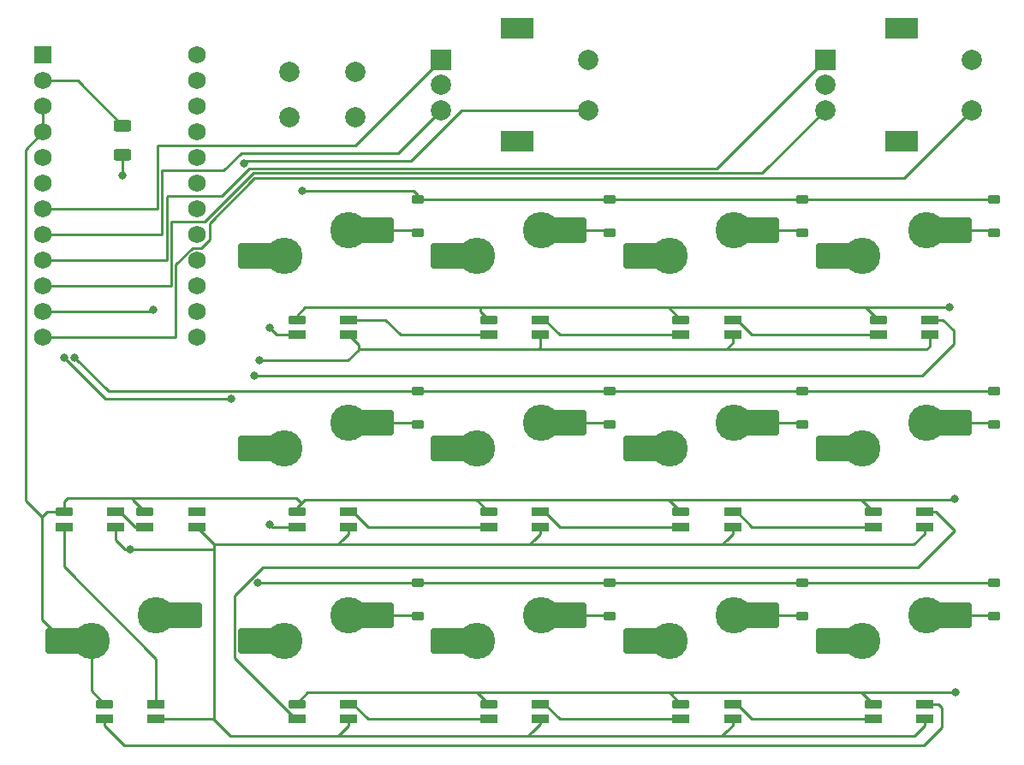
<source format=gbr>
%TF.GenerationSoftware,KiCad,Pcbnew,7.0.9*%
%TF.CreationDate,2024-04-10T10:39:18-07:00*%
%TF.ProjectId,macrov2.2.001,6d616372-6f76-4322-9e32-2e3030312e6b,2.2.001*%
%TF.SameCoordinates,Original*%
%TF.FileFunction,Copper,L2,Bot*%
%TF.FilePolarity,Positive*%
%FSLAX46Y46*%
G04 Gerber Fmt 4.6, Leading zero omitted, Abs format (unit mm)*
G04 Created by KiCad (PCBNEW 7.0.9) date 2024-04-10 10:39:18*
%MOMM*%
%LPD*%
G01*
G04 APERTURE LIST*
G04 Aperture macros list*
%AMRoundRect*
0 Rectangle with rounded corners*
0 $1 Rounding radius*
0 $2 $3 $4 $5 $6 $7 $8 $9 X,Y pos of 4 corners*
0 Add a 4 corners polygon primitive as box body*
4,1,4,$2,$3,$4,$5,$6,$7,$8,$9,$2,$3,0*
0 Add four circle primitives for the rounded corners*
1,1,$1+$1,$2,$3*
1,1,$1+$1,$4,$5*
1,1,$1+$1,$6,$7*
1,1,$1+$1,$8,$9*
0 Add four rect primitives between the rounded corners*
20,1,$1+$1,$2,$3,$4,$5,0*
20,1,$1+$1,$4,$5,$6,$7,0*
20,1,$1+$1,$6,$7,$8,$9,0*
20,1,$1+$1,$8,$9,$2,$3,0*%
G04 Aperture macros list end*
%TA.AperFunction,ComponentPad*%
%ADD10C,2.000000*%
%TD*%
%TA.AperFunction,SMDPad,CuDef*%
%ADD11RoundRect,0.250000X-1.525000X-1.000000X1.525000X-1.000000X1.525000X1.000000X-1.525000X1.000000X0*%
%TD*%
%TA.AperFunction,ComponentPad*%
%ADD12C,3.600000*%
%TD*%
%TA.AperFunction,ComponentPad*%
%ADD13R,2.000000X2.000000*%
%TD*%
%TA.AperFunction,ComponentPad*%
%ADD14R,3.200000X2.000000*%
%TD*%
%TA.AperFunction,ComponentPad*%
%ADD15R,1.752600X1.752600*%
%TD*%
%TA.AperFunction,ComponentPad*%
%ADD16C,1.752600*%
%TD*%
%TA.AperFunction,SMDPad,CuDef*%
%ADD17RoundRect,0.225000X-0.375000X0.225000X-0.375000X-0.225000X0.375000X-0.225000X0.375000X0.225000X0*%
%TD*%
%TA.AperFunction,SMDPad,CuDef*%
%ADD18R,1.700000X0.820000*%
%TD*%
%TA.AperFunction,SMDPad,CuDef*%
%ADD19RoundRect,0.205000X0.645000X0.205000X-0.645000X0.205000X-0.645000X-0.205000X0.645000X-0.205000X0*%
%TD*%
%TA.AperFunction,SMDPad,CuDef*%
%ADD20RoundRect,0.250000X-0.625000X0.312500X-0.625000X-0.312500X0.625000X-0.312500X0.625000X0.312500X0*%
%TD*%
%TA.AperFunction,ViaPad*%
%ADD21C,0.800000*%
%TD*%
%TA.AperFunction,Conductor*%
%ADD22C,0.250000*%
%TD*%
G04 APERTURE END LIST*
D10*
%TO.P,SW1,1,1*%
%TO.N,GND*%
X79750000Y-32750000D03*
X86250000Y-32750000D03*
%TO.P,SW1,2,2*%
%TO.N,RST*%
X79750000Y-37250000D03*
X86250000Y-37250000D03*
%TD*%
D11*
%TO.P,S7,1,1*%
%TO.N,Column 2*%
X114515000Y-70010000D03*
D12*
X117290000Y-70010000D03*
%TO.P,S7,2,2*%
%TO.N,Net-(D7-A)*%
X123640000Y-67470000D03*
D11*
X126420000Y-67470000D03*
%TD*%
%TO.P,S5,1,1*%
%TO.N,Column 0*%
X76415000Y-70010000D03*
D12*
X79190000Y-70010000D03*
%TO.P,S5,2,2*%
%TO.N,Net-(D5-A)*%
X85540000Y-67470000D03*
D11*
X88320000Y-67470000D03*
%TD*%
D13*
%TO.P,SW3,A,A*%
%TO.N,Encoder 2 Pin A*%
X132750000Y-31500000D03*
D10*
%TO.P,SW3,B,B*%
%TO.N,Encoder 2 Pin B*%
X132750000Y-36500000D03*
%TO.P,SW3,C,C*%
%TO.N,GND*%
X132750000Y-34000000D03*
D14*
%TO.P,SW3,MP*%
%TO.N,N/C*%
X140250000Y-28400000D03*
X140250000Y-39600000D03*
D10*
%TO.P,SW3,S1,S1*%
%TO.N,Encoder 2 Button*%
X147250000Y-36500000D03*
%TO.P,SW3,S2,S2*%
%TO.N,GND*%
X147250000Y-31500000D03*
%TD*%
D11*
%TO.P,S1,1,1*%
%TO.N,Column 0*%
X76415000Y-50960000D03*
D12*
X79190000Y-50960000D03*
%TO.P,S1,2,2*%
%TO.N,Net-(D1-A)*%
X85540000Y-48420000D03*
D11*
X88320000Y-48420000D03*
%TD*%
%TO.P,S10,1,1*%
%TO.N,Column 1*%
X95465000Y-89060000D03*
D12*
X98240000Y-89060000D03*
%TO.P,S10,2,2*%
%TO.N,Net-(D10-A)*%
X104590000Y-86520000D03*
D11*
X107370000Y-86520000D03*
%TD*%
%TO.P,S4,1,1*%
%TO.N,Column 3*%
X133565000Y-50960000D03*
D12*
X136340000Y-50960000D03*
%TO.P,S4,2,2*%
%TO.N,Net-(D4-A)*%
X142690000Y-48420000D03*
D11*
X145470000Y-48420000D03*
%TD*%
%TO.P,ModeButton1,1,1*%
%TO.N,GND*%
X57373000Y-89060000D03*
D12*
X60148000Y-89060000D03*
%TO.P,ModeButton1,2,2*%
%TO.N,ModePin*%
X66498000Y-86520000D03*
D11*
X69278000Y-86520000D03*
%TD*%
D13*
%TO.P,SW2,A,A*%
%TO.N,Encoder 1 Pin A*%
X94750000Y-31500000D03*
D10*
%TO.P,SW2,B,B*%
%TO.N,Encoder 1 Pin B*%
X94750000Y-36500000D03*
%TO.P,SW2,C,C*%
%TO.N,GND*%
X94750000Y-34000000D03*
D14*
%TO.P,SW2,MP*%
%TO.N,N/C*%
X102250000Y-28400000D03*
X102250000Y-39600000D03*
D10*
%TO.P,SW2,S1,S1*%
%TO.N,Encoder 1 Button*%
X109250000Y-36500000D03*
%TO.P,SW2,S2,S2*%
%TO.N,GND*%
X109250000Y-31500000D03*
%TD*%
D11*
%TO.P,S11,1,1*%
%TO.N,Column 2*%
X114515000Y-89060000D03*
D12*
X117290000Y-89060000D03*
%TO.P,S11,2,2*%
%TO.N,Net-(D11-A)*%
X123640000Y-86520000D03*
D11*
X126420000Y-86520000D03*
%TD*%
%TO.P,S6,1,1*%
%TO.N,Column 1*%
X95465000Y-70010000D03*
D12*
X98240000Y-70010000D03*
%TO.P,S6,2,2*%
%TO.N,Net-(D6-A)*%
X104590000Y-67470000D03*
D11*
X107370000Y-67470000D03*
%TD*%
%TO.P,S2,1,1*%
%TO.N,Column 1*%
X95465000Y-50960000D03*
D12*
X98240000Y-50960000D03*
%TO.P,S2,2,2*%
%TO.N,Net-(D2-A)*%
X104590000Y-48420000D03*
D11*
X107370000Y-48420000D03*
%TD*%
D15*
%TO.P,U2,1,TX0/PD3*%
%TO.N,ModePin*%
X55380000Y-31065000D03*
D16*
%TO.P,U2,2,RX1/PD2*%
%TO.N,LED Pin*%
X55380000Y-33605000D03*
%TO.P,U2,3,GND*%
%TO.N,GND*%
X55380000Y-36145000D03*
%TO.P,U2,4,GND*%
X55380000Y-38685000D03*
%TO.P,U2,5,2/PD1*%
%TO.N,Row 1*%
X55380000Y-41225000D03*
%TO.P,U2,6,3/PD0*%
%TO.N,Row 2*%
X55380000Y-43765000D03*
%TO.P,U2,7,4/PD4*%
%TO.N,Encoder 1 Pin A*%
X55380000Y-46305000D03*
%TO.P,U2,8,5/PC6*%
%TO.N,Encoder 1 Pin B*%
X55380000Y-48845000D03*
%TO.P,U2,9,6/PD7*%
%TO.N,Encoder 2 Pin A*%
X55380000Y-51385000D03*
%TO.P,U2,10,7/PE6*%
%TO.N,Encoder 2 Pin B*%
X55380000Y-53925000D03*
%TO.P,U2,11,8/PB4*%
%TO.N,Encoder 1 Button*%
X55380000Y-56465000D03*
%TO.P,U2,12,9/PB5*%
%TO.N,Encoder 2 Button*%
X55380000Y-59005000D03*
%TO.P,U2,13,10/PB6*%
%TO.N,Column 0*%
X70620000Y-59005000D03*
%TO.P,U2,14,16/PB2*%
%TO.N,unconnected-(U2-16{slash}PB2-Pad14)*%
X70620000Y-56465000D03*
%TO.P,U2,15,14/PB3*%
%TO.N,unconnected-(U2-14{slash}PB3-Pad15)*%
X70620000Y-53925000D03*
%TO.P,U2,16,15/PB1*%
%TO.N,unconnected-(U2-15{slash}PB1-Pad16)*%
X70620000Y-51385000D03*
%TO.P,U2,17,A0/PF7*%
%TO.N,Column 1*%
X70620000Y-48845000D03*
%TO.P,U2,18,A1/PF6*%
%TO.N,Column 2*%
X70620000Y-46305000D03*
%TO.P,U2,19,A2/PF5*%
%TO.N,Column 3*%
X70620000Y-43765000D03*
%TO.P,U2,20,A3/PF4*%
%TO.N,Row 0*%
X70620000Y-41225000D03*
%TO.P,U2,21,VCC*%
%TO.N,unconnected-(U2-VCC-Pad21)*%
X70620000Y-38685000D03*
%TO.P,U2,22,RST*%
%TO.N,RST*%
X70620000Y-36145000D03*
%TO.P,U2,23,GND*%
%TO.N,GND*%
X70620000Y-33605000D03*
%TO.P,U2,24,RAW*%
%TO.N,VBUS*%
X70620000Y-31065000D03*
%TD*%
D11*
%TO.P,S9,1,1*%
%TO.N,Column 0*%
X76415000Y-89060000D03*
D12*
X79190000Y-89060000D03*
%TO.P,S9,2,2*%
%TO.N,Net-(D9-A)*%
X85540000Y-86520000D03*
D11*
X88320000Y-86520000D03*
%TD*%
%TO.P,S8,1,1*%
%TO.N,Column 3*%
X133565000Y-70010000D03*
D12*
X136340000Y-70010000D03*
%TO.P,S8,2,2*%
%TO.N,Net-(D8-A)*%
X142690000Y-67470000D03*
D11*
X145470000Y-67470000D03*
%TD*%
%TO.P,S12,1,1*%
%TO.N,Column 3*%
X133565000Y-89060000D03*
D12*
X136340000Y-89060000D03*
%TO.P,S12,2,2*%
%TO.N,Net-(D12-A)*%
X142690000Y-86520000D03*
D11*
X145470000Y-86520000D03*
%TD*%
%TO.P,S3,1,1*%
%TO.N,Column 2*%
X114515000Y-50960000D03*
D12*
X117290000Y-50960000D03*
%TO.P,S3,2,2*%
%TO.N,Net-(D3-A)*%
X123640000Y-48420000D03*
D11*
X126420000Y-48420000D03*
%TD*%
D17*
%TO.P,D10,1,K*%
%TO.N,Row 2*%
X111415000Y-83310000D03*
%TO.P,D10,2,A*%
%TO.N,Net-(D10-A)*%
X111415000Y-86610000D03*
%TD*%
D18*
%TO.P,LED11,1,VDD*%
%TO.N,VBUS*%
X123550000Y-96750000D03*
%TO.P,LED11,2,DOUT*%
%TO.N,Net-(LED11-DOUT)*%
X123550000Y-95250000D03*
D19*
%TO.P,LED11,3,GND*%
%TO.N,GND*%
X118450000Y-95250000D03*
D18*
%TO.P,LED11,4,DIN*%
%TO.N,Net-(LED10-DOUT)*%
X118450000Y-96750000D03*
%TD*%
%TO.P,LED5,1,VDD*%
%TO.N,VBUS*%
X85550000Y-77750000D03*
%TO.P,LED5,2,DOUT*%
%TO.N,Net-(LED5-DOUT)*%
X85550000Y-76250000D03*
D19*
%TO.P,LED5,3,GND*%
%TO.N,GND*%
X80450000Y-76250000D03*
D18*
%TO.P,LED5,4,DIN*%
%TO.N,Net-(LED4-DOUT)*%
X80450000Y-77750000D03*
%TD*%
%TO.P,LED10,1,VDD*%
%TO.N,VBUS*%
X104550000Y-96750000D03*
%TO.P,LED10,2,DOUT*%
%TO.N,Net-(LED10-DOUT)*%
X104550000Y-95250000D03*
D19*
%TO.P,LED10,3,GND*%
%TO.N,GND*%
X99450000Y-95250000D03*
D18*
%TO.P,LED10,4,DIN*%
%TO.N,Net-(LED10-DIN)*%
X99450000Y-96750000D03*
%TD*%
%TO.P,ModeLED1,1,VDD*%
%TO.N,VBUS*%
X66550000Y-96750000D03*
%TO.P,ModeLED1,2,DOUT*%
%TO.N,Net-(FuncLED1-DIN)*%
X66550000Y-95250000D03*
D19*
%TO.P,ModeLED1,3,GND*%
%TO.N,GND*%
X61450000Y-95250000D03*
D18*
%TO.P,ModeLED1,4,DIN*%
%TO.N,Net-(LED12-DOUT)*%
X61450000Y-96750000D03*
%TD*%
D17*
%TO.P,D5,1,K*%
%TO.N,Row 1*%
X92415000Y-64310000D03*
%TO.P,D5,2,A*%
%TO.N,Net-(D5-A)*%
X92415000Y-67610000D03*
%TD*%
D20*
%TO.P,R1,1*%
%TO.N,LED Pin*%
X63250000Y-38037500D03*
%TO.P,R1,2*%
%TO.N,Net-(LED1-DIN)*%
X63250000Y-40962500D03*
%TD*%
D18*
%TO.P,LED6,1,VDD*%
%TO.N,VBUS*%
X104550000Y-77750000D03*
%TO.P,LED6,2,DOUT*%
%TO.N,Net-(LED6-DOUT)*%
X104550000Y-76250000D03*
D19*
%TO.P,LED6,3,GND*%
%TO.N,GND*%
X99450000Y-76250000D03*
D18*
%TO.P,LED6,4,DIN*%
%TO.N,Net-(LED5-DOUT)*%
X99450000Y-77750000D03*
%TD*%
D17*
%TO.P,D1,1,K*%
%TO.N,Row 0*%
X92415000Y-45310000D03*
%TO.P,D1,2,A*%
%TO.N,Net-(D1-A)*%
X92415000Y-48610000D03*
%TD*%
%TO.P,D2,1,K*%
%TO.N,Row 0*%
X111415000Y-45310000D03*
%TO.P,D2,2,A*%
%TO.N,Net-(D2-A)*%
X111415000Y-48610000D03*
%TD*%
D18*
%TO.P,LED7,1,VDD*%
%TO.N,VBUS*%
X123550000Y-77750000D03*
%TO.P,LED7,2,DOUT*%
%TO.N,Net-(LED7-DOUT)*%
X123550000Y-76250000D03*
D19*
%TO.P,LED7,3,GND*%
%TO.N,GND*%
X118450000Y-76250000D03*
D18*
%TO.P,LED7,4,DIN*%
%TO.N,Net-(LED6-DOUT)*%
X118450000Y-77750000D03*
%TD*%
D17*
%TO.P,D9,1,K*%
%TO.N,Row 2*%
X92415000Y-83310000D03*
%TO.P,D9,2,A*%
%TO.N,Net-(D9-A)*%
X92415000Y-86610000D03*
%TD*%
%TO.P,D6,1,K*%
%TO.N,Row 1*%
X111415000Y-64310000D03*
%TO.P,D6,2,A*%
%TO.N,Net-(D6-A)*%
X111415000Y-67610000D03*
%TD*%
D18*
%TO.P,FuncLED1,1,VDD*%
%TO.N,VBUS*%
X62550000Y-77750000D03*
%TO.P,FuncLED1,2,DOUT*%
%TO.N,Net-(FuncLED1-DOUT)*%
X62550000Y-76250000D03*
D19*
%TO.P,FuncLED1,3,GND*%
%TO.N,GND*%
X57450000Y-76250000D03*
D18*
%TO.P,FuncLED1,4,DIN*%
%TO.N,Net-(FuncLED1-DIN)*%
X57450000Y-77750000D03*
%TD*%
D17*
%TO.P,D8,1,K*%
%TO.N,Row 1*%
X149415000Y-64310000D03*
%TO.P,D8,2,A*%
%TO.N,Net-(D8-A)*%
X149415000Y-67610000D03*
%TD*%
D18*
%TO.P,LED2,1,VDD*%
%TO.N,VBUS*%
X104550000Y-58750000D03*
%TO.P,LED2,2,DOUT*%
%TO.N,Net-(LED2-DOUT)*%
X104550000Y-57250000D03*
D19*
%TO.P,LED2,3,GND*%
%TO.N,GND*%
X99450000Y-57250000D03*
D18*
%TO.P,LED2,4,DIN*%
%TO.N,Net-(LED1-DOUT)*%
X99450000Y-58750000D03*
%TD*%
%TO.P,LED1,1,VDD*%
%TO.N,VBUS*%
X85550000Y-58750000D03*
%TO.P,LED1,2,DOUT*%
%TO.N,Net-(LED1-DOUT)*%
X85550000Y-57250000D03*
D19*
%TO.P,LED1,3,GND*%
%TO.N,GND*%
X80450000Y-57250000D03*
D18*
%TO.P,LED1,4,DIN*%
%TO.N,Net-(LED1-DIN)*%
X80450000Y-58750000D03*
%TD*%
%TO.P,LED4,1,VDD*%
%TO.N,VBUS*%
X143050000Y-58750000D03*
%TO.P,LED4,2,DOUT*%
%TO.N,Net-(LED4-DOUT)*%
X143050000Y-57250000D03*
D19*
%TO.P,LED4,3,GND*%
%TO.N,GND*%
X137950000Y-57250000D03*
D18*
%TO.P,LED4,4,DIN*%
%TO.N,Net-(LED3-DOUT)*%
X137950000Y-58750000D03*
%TD*%
%TO.P,LED3,1,VDD*%
%TO.N,VBUS*%
X123550000Y-58750000D03*
%TO.P,LED3,2,DOUT*%
%TO.N,Net-(LED3-DOUT)*%
X123550000Y-57250000D03*
D19*
%TO.P,LED3,3,GND*%
%TO.N,GND*%
X118450000Y-57250000D03*
D18*
%TO.P,LED3,4,DIN*%
%TO.N,Net-(LED2-DOUT)*%
X118450000Y-58750000D03*
%TD*%
%TO.P,FuncLED2,1,VDD*%
%TO.N,VBUS*%
X70550000Y-77750000D03*
%TO.P,FuncLED2,2,DOUT*%
%TO.N,unconnected-(FuncLED2-DOUT-Pad2)*%
X70550000Y-76250000D03*
D19*
%TO.P,FuncLED2,3,GND*%
%TO.N,GND*%
X65450000Y-76250000D03*
D18*
%TO.P,FuncLED2,4,DIN*%
%TO.N,Net-(FuncLED1-DOUT)*%
X65450000Y-77750000D03*
%TD*%
%TO.P,LED9,1,VDD*%
%TO.N,VBUS*%
X85550000Y-96750000D03*
%TO.P,LED9,2,DOUT*%
%TO.N,Net-(LED10-DIN)*%
X85550000Y-95250000D03*
D19*
%TO.P,LED9,3,GND*%
%TO.N,GND*%
X80450000Y-95250000D03*
D18*
%TO.P,LED9,4,DIN*%
%TO.N,Net-(LED8-DOUT)*%
X80450000Y-96750000D03*
%TD*%
D17*
%TO.P,D11,1,K*%
%TO.N,Row 2*%
X130415000Y-83310000D03*
%TO.P,D11,2,A*%
%TO.N,Net-(D11-A)*%
X130415000Y-86610000D03*
%TD*%
%TO.P,D4,1,K*%
%TO.N,Row 0*%
X149415000Y-45310000D03*
%TO.P,D4,2,A*%
%TO.N,Net-(D4-A)*%
X149415000Y-48610000D03*
%TD*%
D18*
%TO.P,LED12,1,VDD*%
%TO.N,VBUS*%
X142550000Y-96750000D03*
%TO.P,LED12,2,DOUT*%
%TO.N,Net-(LED12-DOUT)*%
X142550000Y-95250000D03*
D19*
%TO.P,LED12,3,GND*%
%TO.N,GND*%
X137450000Y-95250000D03*
D18*
%TO.P,LED12,4,DIN*%
%TO.N,Net-(LED11-DOUT)*%
X137450000Y-96750000D03*
%TD*%
%TO.P,LED8,1,VDD*%
%TO.N,VBUS*%
X142550000Y-77750000D03*
%TO.P,LED8,2,DOUT*%
%TO.N,Net-(LED8-DOUT)*%
X142550000Y-76250000D03*
D19*
%TO.P,LED8,3,GND*%
%TO.N,GND*%
X137450000Y-76250000D03*
D18*
%TO.P,LED8,4,DIN*%
%TO.N,Net-(LED7-DOUT)*%
X137450000Y-77750000D03*
%TD*%
D17*
%TO.P,D12,1,K*%
%TO.N,Row 2*%
X149415000Y-83310000D03*
%TO.P,D12,2,A*%
%TO.N,Net-(D12-A)*%
X149415000Y-86610000D03*
%TD*%
%TO.P,D7,1,K*%
%TO.N,Row 1*%
X130415000Y-64310000D03*
%TO.P,D7,2,A*%
%TO.N,Net-(D7-A)*%
X130415000Y-67610000D03*
%TD*%
%TO.P,D3,1,K*%
%TO.N,Row 0*%
X130415000Y-45310000D03*
%TO.P,D3,2,A*%
%TO.N,Net-(D3-A)*%
X130415000Y-48610000D03*
%TD*%
D21*
%TO.N,Row 0*%
X81000000Y-44500000D03*
%TO.N,Row 1*%
X58512299Y-60987701D03*
%TO.N,Row 2*%
X74000000Y-65034500D03*
X76560000Y-83310000D03*
X57500000Y-61000000D03*
%TO.N,GND*%
X145575000Y-94075000D03*
X145500000Y-75000000D03*
X144975000Y-56025000D03*
%TO.N,VBUS*%
X64000000Y-80000000D03*
X76750000Y-61250000D03*
%TO.N,Net-(LED4-DOUT)*%
X77750000Y-77500000D03*
X76250000Y-62750000D03*
%TO.N,Encoder 1 Button*%
X75250000Y-41750000D03*
X66250000Y-56250000D03*
%TO.N,Net-(LED1-DIN)*%
X77750000Y-58000000D03*
X63250000Y-43000000D03*
%TD*%
D22*
%TO.N,Row 0*%
X92415000Y-45310000D02*
X92415000Y-44915000D01*
X130415000Y-45310000D02*
X111415000Y-45310000D01*
X92000000Y-44500000D02*
X81000000Y-44500000D01*
X149415000Y-45310000D02*
X130415000Y-45310000D01*
X92415000Y-44915000D02*
X92000000Y-44500000D01*
X111415000Y-45310000D02*
X92415000Y-45310000D01*
%TO.N,Net-(D1-A)*%
X92225000Y-48420000D02*
X92415000Y-48610000D01*
X88320000Y-48420000D02*
X92225000Y-48420000D01*
X88320000Y-48420000D02*
X85540000Y-48420000D01*
%TO.N,Row 1*%
X111415000Y-64310000D02*
X92415000Y-64310000D01*
X58512299Y-60987701D02*
X61834598Y-64310000D01*
X149415000Y-64310000D02*
X130415000Y-64310000D01*
X130415000Y-64310000D02*
X111415000Y-64310000D01*
X61834598Y-64310000D02*
X92415000Y-64310000D01*
%TO.N,Net-(D2-A)*%
X107370000Y-48420000D02*
X111225000Y-48420000D01*
X107370000Y-48420000D02*
X104590000Y-48420000D01*
X111225000Y-48420000D02*
X111415000Y-48610000D01*
%TO.N,Row 2*%
X111415000Y-83310000D02*
X92415000Y-83310000D01*
X61534500Y-65034500D02*
X57500000Y-61000000D01*
X76560000Y-83310000D02*
X92415000Y-83310000D01*
X149415000Y-83310000D02*
X130415000Y-83310000D01*
X74000000Y-65034500D02*
X61534500Y-65034500D01*
X130415000Y-83310000D02*
X111415000Y-83310000D01*
%TO.N,Net-(D3-A)*%
X126420000Y-48420000D02*
X130225000Y-48420000D01*
X126420000Y-48420000D02*
X123640000Y-48420000D01*
X130225000Y-48420000D02*
X130415000Y-48610000D01*
%TO.N,Net-(D4-A)*%
X149225000Y-48420000D02*
X149415000Y-48610000D01*
X145470000Y-48420000D02*
X149225000Y-48420000D01*
X145470000Y-48420000D02*
X142690000Y-48420000D01*
%TO.N,Net-(D5-A)*%
X85540000Y-67470000D02*
X88320000Y-67470000D01*
X92275000Y-67470000D02*
X92415000Y-67610000D01*
X88320000Y-67470000D02*
X92275000Y-67470000D01*
%TO.N,Net-(D6-A)*%
X111275000Y-67470000D02*
X111415000Y-67610000D01*
X107370000Y-67470000D02*
X104590000Y-67470000D01*
X107370000Y-67470000D02*
X111275000Y-67470000D01*
%TO.N,Net-(D7-A)*%
X130275000Y-67470000D02*
X130415000Y-67610000D01*
X126420000Y-67470000D02*
X130275000Y-67470000D01*
X126420000Y-67470000D02*
X123640000Y-67470000D01*
%TO.N,Net-(D8-A)*%
X145470000Y-67470000D02*
X142690000Y-67470000D01*
X145470000Y-67470000D02*
X149275000Y-67470000D01*
X149275000Y-67470000D02*
X149415000Y-67610000D01*
%TO.N,Net-(D9-A)*%
X88320000Y-86520000D02*
X92325000Y-86520000D01*
X85540000Y-86520000D02*
X88320000Y-86520000D01*
X92325000Y-86520000D02*
X92415000Y-86610000D01*
%TO.N,Net-(D10-A)*%
X107370000Y-86520000D02*
X111325000Y-86520000D01*
X111325000Y-86520000D02*
X111415000Y-86610000D01*
X107370000Y-86520000D02*
X104590000Y-86520000D01*
%TO.N,Net-(D11-A)*%
X130325000Y-86520000D02*
X130415000Y-86610000D01*
X126420000Y-86520000D02*
X130325000Y-86520000D01*
X126420000Y-86520000D02*
X123640000Y-86520000D01*
%TO.N,Net-(D12-A)*%
X149325000Y-86520000D02*
X149415000Y-86610000D01*
X145470000Y-86520000D02*
X142690000Y-86520000D01*
X145470000Y-86520000D02*
X149325000Y-86520000D01*
%TO.N,Net-(LED1-DOUT)*%
X85550000Y-57250000D02*
X89250000Y-57250000D01*
X90750000Y-58750000D02*
X99450000Y-58750000D01*
X89250000Y-57250000D02*
X90750000Y-58750000D01*
%TO.N,GND*%
X80450000Y-57250000D02*
X80450000Y-56840000D01*
X99450000Y-76250000D02*
X98225000Y-75025000D01*
X145575000Y-94075000D02*
X136100000Y-94075000D01*
X55750000Y-76250000D02*
X57450000Y-76250000D01*
X55250000Y-76750000D02*
X55750000Y-76250000D01*
X80450000Y-95173223D02*
X81548223Y-94075000D01*
X53650000Y-40415000D02*
X53650000Y-75150000D01*
X80450000Y-76250000D02*
X80450000Y-75840000D01*
X98225000Y-75025000D02*
X117225000Y-75025000D01*
X137450000Y-76250000D02*
X136250000Y-75050000D01*
X81265000Y-75025000D02*
X98225000Y-75025000D01*
X136250000Y-75050000D02*
X136250000Y-75025000D01*
X99450000Y-57250000D02*
X98650000Y-56450000D01*
X136250000Y-75025000D02*
X145475000Y-75025000D01*
X80915000Y-75375000D02*
X81265000Y-75025000D01*
X80450000Y-95250000D02*
X80450000Y-95173223D01*
X117225000Y-56025000D02*
X136725000Y-56025000D01*
X57373000Y-89060000D02*
X55250000Y-86937000D01*
X117450000Y-94250000D02*
X118450000Y-95250000D01*
X136450000Y-94250000D02*
X137450000Y-95250000D01*
X61450000Y-95250000D02*
X60148000Y-93948000D01*
X145475000Y-75025000D02*
X145500000Y-75000000D01*
X98275000Y-94075000D02*
X117275000Y-94075000D01*
X57450000Y-75225000D02*
X57775000Y-74900000D01*
X136725000Y-56025000D02*
X136950000Y-56250000D01*
X57775000Y-74900000D02*
X80440000Y-74900000D01*
X118450000Y-57250000D02*
X117225000Y-56025000D01*
X55380000Y-36145000D02*
X55380000Y-38685000D01*
X118450000Y-76250000D02*
X117225000Y-75025000D01*
X80450000Y-56840000D02*
X81265000Y-56025000D01*
X81548223Y-94075000D02*
X98275000Y-94075000D01*
X60148000Y-89060000D02*
X57373000Y-89060000D01*
X53650000Y-75150000D02*
X55250000Y-76750000D01*
X117275000Y-94075000D02*
X117450000Y-94250000D01*
X98650000Y-56450000D02*
X98650000Y-56025000D01*
X98650000Y-56025000D02*
X117225000Y-56025000D01*
X136275000Y-94075000D02*
X136450000Y-94250000D01*
X64275000Y-75075000D02*
X65450000Y-76250000D01*
X55250000Y-86937000D02*
X55250000Y-76750000D01*
X80440000Y-74900000D02*
X80915000Y-75375000D01*
X98275000Y-94075000D02*
X98450000Y-94250000D01*
X55380000Y-38685000D02*
X53650000Y-40415000D01*
X60148000Y-93948000D02*
X60148000Y-89060000D01*
X80450000Y-75840000D02*
X80915000Y-75375000D01*
X64275000Y-74900000D02*
X64275000Y-75075000D01*
X117275000Y-94075000D02*
X136275000Y-94075000D01*
X136950000Y-56250000D02*
X137950000Y-57250000D01*
X98450000Y-94250000D02*
X99450000Y-95250000D01*
X117225000Y-75025000D02*
X136250000Y-75025000D01*
X81265000Y-56025000D02*
X98650000Y-56025000D01*
X57450000Y-76250000D02*
X57450000Y-75225000D01*
X136725000Y-56025000D02*
X144975000Y-56025000D01*
%TO.N,VBUS*%
X76750000Y-61250000D02*
X85500000Y-61250000D01*
X72300000Y-79500000D02*
X70550000Y-77750000D01*
X84960000Y-79000000D02*
X85550000Y-78410000D01*
X123550000Y-58750000D02*
X123550000Y-59575000D01*
X122510000Y-98450000D02*
X123021612Y-97938388D01*
X72300000Y-96650000D02*
X72200000Y-96750000D01*
X64000000Y-80000000D02*
X72250000Y-80000000D01*
X103300000Y-98450000D02*
X103750000Y-98000000D01*
X122950000Y-60175000D02*
X104325000Y-60175000D01*
X142550000Y-78410000D02*
X142550000Y-77750000D01*
X104550000Y-58750000D02*
X104550000Y-59950000D01*
X72300000Y-79500000D02*
X72300000Y-79950000D01*
X104325000Y-60175000D02*
X86575000Y-60175000D01*
X141460000Y-79500000D02*
X142550000Y-78410000D01*
X63500000Y-80000000D02*
X62500000Y-79000000D01*
X103960000Y-79000000D02*
X104550000Y-78410000D01*
X72200000Y-96750000D02*
X66550000Y-96750000D01*
X72300000Y-79950000D02*
X72300000Y-96650000D01*
X103460000Y-79500000D02*
X103960000Y-79000000D01*
X64000000Y-80000000D02*
X63500000Y-80000000D01*
X84625000Y-98450000D02*
X103300000Y-98450000D01*
X123550000Y-59575000D02*
X122950000Y-60175000D01*
X143050000Y-59860000D02*
X142735000Y-60175000D01*
X122510000Y-98450000D02*
X141510000Y-98450000D01*
X103300000Y-98450000D02*
X122510000Y-98450000D01*
X121700000Y-79500000D02*
X141460000Y-79500000D01*
X85550000Y-97410000D02*
X85550000Y-96750000D01*
X62550000Y-77750000D02*
X62550000Y-78950000D01*
X104550000Y-78410000D02*
X104550000Y-77750000D01*
X86550000Y-60200000D02*
X86550000Y-59750000D01*
X123550000Y-78410000D02*
X123550000Y-77750000D01*
X104550000Y-97200000D02*
X103750000Y-98000000D01*
X142735000Y-60175000D02*
X122950000Y-60175000D01*
X122960000Y-79000000D02*
X123550000Y-78410000D01*
X73900000Y-98450000D02*
X84510000Y-98450000D01*
X141510000Y-98450000D02*
X142550000Y-97410000D01*
X84460000Y-79500000D02*
X72300000Y-79500000D01*
X85550000Y-97410000D02*
X84567500Y-98392500D01*
X84510000Y-98450000D02*
X84567500Y-98392500D01*
X85550000Y-78410000D02*
X85550000Y-77750000D01*
X62550000Y-78950000D02*
X62500000Y-79000000D01*
X85500000Y-61250000D02*
X86550000Y-60200000D01*
X103460000Y-79500000D02*
X122460000Y-79500000D01*
X123021612Y-97938388D02*
X123550000Y-97410000D01*
X84460000Y-79500000D02*
X103460000Y-79500000D01*
X123550000Y-97410000D02*
X123550000Y-96750000D01*
X84460000Y-79500000D02*
X84960000Y-79000000D01*
X72200000Y-96750000D02*
X73900000Y-98450000D01*
X104550000Y-59950000D02*
X104325000Y-60175000D01*
X122460000Y-79500000D02*
X122960000Y-79000000D01*
X84567500Y-98392500D02*
X84625000Y-98450000D01*
X72300000Y-79950000D02*
X72250000Y-80000000D01*
X85550000Y-58750000D02*
X86550000Y-59750000D01*
X104550000Y-97200000D02*
X104550000Y-96750000D01*
X143050000Y-58750000D02*
X143050000Y-59860000D01*
X142550000Y-97410000D02*
X142550000Y-96750000D01*
%TO.N,Net-(LED4-DOUT)*%
X142300000Y-62750000D02*
X76250000Y-62750000D01*
X145400000Y-59650000D02*
X142300000Y-62750000D01*
X144350000Y-57250000D02*
X145400000Y-58300000D01*
X78000000Y-77750000D02*
X80450000Y-77750000D01*
X145400000Y-58300000D02*
X145400000Y-59650000D01*
X77750000Y-77500000D02*
X78000000Y-77750000D01*
X143050000Y-57250000D02*
X144350000Y-57250000D01*
%TO.N,LED Pin*%
X55380000Y-33605000D02*
X58817500Y-33605000D01*
X58817500Y-33605000D02*
X63250000Y-38037500D01*
%TO.N,Net-(LED5-DOUT)*%
X85990000Y-76250000D02*
X87490000Y-77750000D01*
X85550000Y-76250000D02*
X85990000Y-76250000D01*
X87490000Y-77750000D02*
X99450000Y-77750000D01*
%TO.N,Net-(LED6-DOUT)*%
X104990000Y-76250000D02*
X106490000Y-77750000D01*
X104550000Y-76250000D02*
X104990000Y-76250000D01*
X106490000Y-77750000D02*
X118450000Y-77750000D01*
%TO.N,Net-(LED10-DIN)*%
X87490000Y-96750000D02*
X99450000Y-96750000D01*
X85990000Y-95250000D02*
X87490000Y-96750000D01*
X85550000Y-95250000D02*
X85990000Y-95250000D01*
%TO.N,Net-(LED10-DOUT)*%
X104990000Y-95250000D02*
X106490000Y-96750000D01*
X104550000Y-95250000D02*
X104990000Y-95250000D01*
X106490000Y-96750000D02*
X118450000Y-96750000D01*
%TO.N,Net-(LED11-DOUT)*%
X125490000Y-96750000D02*
X137450000Y-96750000D01*
X123550000Y-95250000D02*
X123990000Y-95250000D01*
X123990000Y-95250000D02*
X125490000Y-96750000D01*
%TO.N,Net-(LED12-DOUT)*%
X144250000Y-95625000D02*
X144250000Y-97575000D01*
X142550000Y-95250000D02*
X143875000Y-95250000D01*
X142450000Y-99375000D02*
X63415000Y-99375000D01*
X61450000Y-97410000D02*
X61450000Y-96750000D01*
X143875000Y-95250000D02*
X144250000Y-95625000D01*
X144250000Y-97575000D02*
X142450000Y-99375000D01*
X63415000Y-99375000D02*
X61450000Y-97410000D01*
%TO.N,ModePin*%
X69278000Y-86520000D02*
X66498000Y-86520000D01*
%TO.N,Column 0*%
X79190000Y-50960000D02*
X76415000Y-50960000D01*
X79190000Y-70010000D02*
X76415000Y-70010000D01*
X79190000Y-89060000D02*
X76415000Y-89060000D01*
%TO.N,Column 1*%
X95465000Y-89060000D02*
X98240000Y-89060000D01*
X98240000Y-70010000D02*
X95465000Y-70010000D01*
X98240000Y-50960000D02*
X95465000Y-50960000D01*
%TO.N,Column 2*%
X114515000Y-89060000D02*
X117290000Y-89060000D01*
X117290000Y-50960000D02*
X114515000Y-50960000D01*
X114515000Y-70010000D02*
X117290000Y-70010000D01*
%TO.N,Column 3*%
X133565000Y-89060000D02*
X136340000Y-89060000D01*
X136340000Y-50960000D02*
X133565000Y-50960000D01*
X136340000Y-70010000D02*
X133565000Y-70010000D01*
%TO.N,Encoder 1 Pin A*%
X94750000Y-31500000D02*
X86250000Y-40000000D01*
X66700000Y-46305000D02*
X55380000Y-46305000D01*
X66700000Y-40000000D02*
X66700000Y-46305000D01*
X86250000Y-40000000D02*
X66700000Y-40000000D01*
%TO.N,Encoder 1 Pin B*%
X94750000Y-36500000D02*
X90500000Y-40750000D01*
X67150000Y-48845000D02*
X55380000Y-48845000D01*
X67150000Y-42500000D02*
X67150000Y-48845000D01*
X90500000Y-40750000D02*
X75000000Y-40750000D01*
X73250000Y-42500000D02*
X67150000Y-42500000D01*
X75000000Y-40750000D02*
X73250000Y-42500000D01*
%TO.N,Encoder 1 Button*%
X66250000Y-56250000D02*
X66035000Y-56465000D01*
X96750000Y-36500000D02*
X91750000Y-41500000D01*
X66035000Y-56465000D02*
X55380000Y-56465000D01*
X109250000Y-36500000D02*
X96750000Y-36500000D01*
X75500000Y-41500000D02*
X75250000Y-41750000D01*
X91750000Y-41500000D02*
X77750000Y-41500000D01*
X77750000Y-41500000D02*
X75500000Y-41500000D01*
%TO.N,Encoder 2 Pin A*%
X122000000Y-42250000D02*
X75775305Y-42250000D01*
X132750000Y-31500000D02*
X122000000Y-42250000D01*
X75775305Y-42250000D02*
X73025305Y-45000000D01*
X67703700Y-45000000D02*
X67600000Y-45103700D01*
X67600000Y-45103700D02*
X67600000Y-51385000D01*
X73025305Y-45000000D02*
X67703700Y-45000000D01*
X67600000Y-51385000D02*
X55380000Y-51385000D01*
%TO.N,Encoder 2 Pin B*%
X68050000Y-53925000D02*
X55380000Y-53925000D01*
X126500000Y-42750000D02*
X76136396Y-42750000D01*
X76136396Y-42750000D02*
X71380096Y-47506300D01*
X71380096Y-47506300D02*
X68050000Y-47506300D01*
X68050000Y-47506300D02*
X68050000Y-53925000D01*
X132750000Y-36500000D02*
X126500000Y-42750000D01*
%TO.N,Encoder 2 Button*%
X68495000Y-59005000D02*
X55380000Y-59005000D01*
X68500000Y-51806105D02*
X68500000Y-59000000D01*
X147250000Y-36500000D02*
X140500000Y-43250000D01*
X68500000Y-59000000D02*
X68495000Y-59005000D01*
X71821300Y-47701492D02*
X71821300Y-49342595D01*
X76272792Y-43250000D02*
X71821300Y-47701492D01*
X140500000Y-43250000D02*
X76272792Y-43250000D01*
X70122405Y-50183700D02*
X68500000Y-51806105D01*
X71821300Y-49342595D02*
X70980195Y-50183700D01*
X70980195Y-50183700D02*
X70122405Y-50183700D01*
%TO.N,Net-(FuncLED1-DOUT)*%
X62550000Y-76250000D02*
X62990000Y-76250000D01*
X64490000Y-77750000D02*
X65450000Y-77750000D01*
X62990000Y-76250000D02*
X64490000Y-77750000D01*
%TO.N,Net-(FuncLED1-DIN)*%
X66550000Y-90796243D02*
X57450000Y-81696243D01*
X57450000Y-81696243D02*
X57450000Y-77750000D01*
X66550000Y-95250000D02*
X66550000Y-90796243D01*
%TO.N,Net-(LED1-DIN)*%
X63250000Y-40962500D02*
X63250000Y-43000000D01*
X77750000Y-58000000D02*
X78500000Y-58750000D01*
X78500000Y-58750000D02*
X80450000Y-58750000D01*
%TO.N,Net-(LED2-DOUT)*%
X104550000Y-57250000D02*
X105000000Y-57250000D01*
X105000000Y-57250000D02*
X106500000Y-58750000D01*
X106500000Y-58750000D02*
X118450000Y-58750000D01*
%TO.N,Net-(LED3-DOUT)*%
X125490000Y-58750000D02*
X137950000Y-58750000D01*
X123550000Y-57250000D02*
X123990000Y-57250000D01*
X123990000Y-57250000D02*
X125490000Y-58750000D01*
%TO.N,Net-(LED7-DOUT)*%
X123550000Y-76250000D02*
X123990000Y-76250000D01*
X125490000Y-77750000D02*
X137450000Y-77750000D01*
X123990000Y-76250000D02*
X125490000Y-77750000D01*
%TO.N,Net-(LED8-DOUT)*%
X74315000Y-90720214D02*
X80344786Y-96750000D01*
X74315000Y-84529695D02*
X74315000Y-90720214D01*
X143675000Y-76250000D02*
X145537500Y-78112500D01*
X145537500Y-78112500D02*
X141900000Y-81750000D01*
X141900000Y-81750000D02*
X77094695Y-81750000D01*
X142550000Y-76250000D02*
X143675000Y-76250000D01*
X77094695Y-81750000D02*
X74315000Y-84529695D01*
X80344786Y-96750000D02*
X80450000Y-96750000D01*
%TD*%
M02*

</source>
